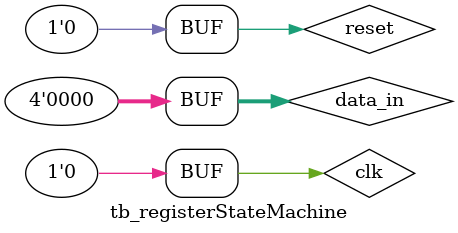
<source format=sv>
module tb_registerStateMachine();
    logic[3:0] data_in;
    logic      clk;
    logic      reset;
    logic[5:0] sum_out;

    memStateMachine DUT(.data_in, .clk, .reset, .sum_out);

    //generate clock
    always begin
        clk = 1; #5;
        clk = 0; #5;
    end

    initial begin
	//reset to start state
	reset <= 1; 
	data_in <= 4'b0000;
    #10
	reset <=0;

    //wait for one full cycle to init all registers
    //whether system needs to sum 0s before all written to wasn't in spec
    //question for owner
    #40;
   
    //set all 4 registers to 1
    //data_out should run up 0 to 4
	data_in <= 4'b0001;
    #40;

    //set two registers to 10, 2 to 5
    //out should go 8, 12, 21, 30
    data_in <= 4'b0101;
    #20;
    data_in <=  4'b1010;
    #20;

    //test max edge by setting all to f
    //should sum up to 60
	data_in <= 4'b1111;
    #40;

    
    //test low edge by setting all to 0
    //should return down to 0
	data_in <= 4'b0000;
    #40;

    end
endmodule
</source>
